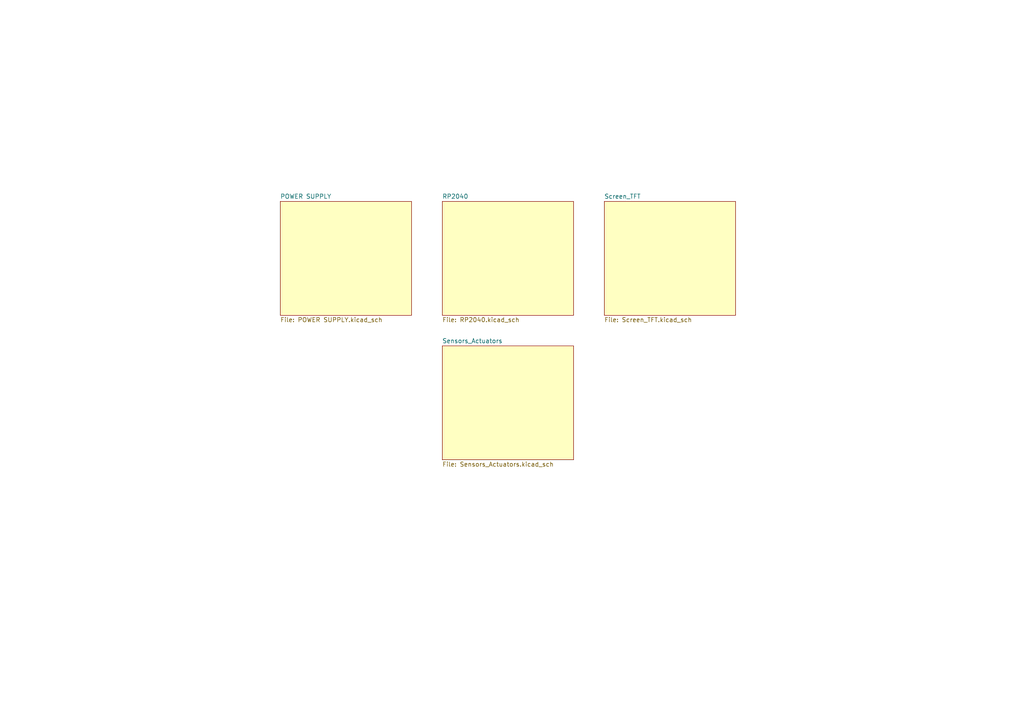
<source format=kicad_sch>
(kicad_sch
	(version 20231120)
	(generator "eeschema")
	(generator_version "8.0")
	(uuid "7b03082b-9568-49d0-9611-8d5d2835f8a5")
	(paper "A4")
	(lib_symbols)
	(sheet
		(at 128.27 58.42)
		(size 38.1 33.02)
		(fields_autoplaced yes)
		(stroke
			(width 0.1524)
			(type solid)
		)
		(fill
			(color 255 255 194 1.0000)
		)
		(uuid "6eb64fd6-12e4-492b-91be-5e0cb0104b5e")
		(property "Sheetname" "RP2040"
			(at 128.27 57.7084 0)
			(effects
				(font
					(size 1.27 1.27)
				)
				(justify left bottom)
			)
		)
		(property "Sheetfile" "RP2040.kicad_sch"
			(at 128.27 92.0246 0)
			(effects
				(font
					(size 1.27 1.27)
				)
				(justify left top)
			)
		)
		(instances
			(project "Smart_Watch"
				(path "/7b03082b-9568-49d0-9611-8d5d2835f8a5"
					(page "2")
				)
			)
		)
	)
	(sheet
		(at 81.28 58.42)
		(size 38.1 33.02)
		(fields_autoplaced yes)
		(stroke
			(width 0.1524)
			(type solid)
		)
		(fill
			(color 255 255 194 1.0000)
		)
		(uuid "ce4147da-2983-4725-b2b4-54825674435e")
		(property "Sheetname" "POWER SUPPLY"
			(at 81.28 57.7084 0)
			(effects
				(font
					(size 1.27 1.27)
				)
				(justify left bottom)
			)
		)
		(property "Sheetfile" "POWER SUPPLY.kicad_sch"
			(at 81.28 92.0246 0)
			(effects
				(font
					(size 1.27 1.27)
				)
				(justify left top)
			)
		)
		(instances
			(project "Smart_Watch"
				(path "/7b03082b-9568-49d0-9611-8d5d2835f8a5"
					(page "3")
				)
			)
		)
	)
	(sheet
		(at 175.26 58.42)
		(size 38.1 33.02)
		(fields_autoplaced yes)
		(stroke
			(width 0.1524)
			(type solid)
		)
		(fill
			(color 255 255 194 1.0000)
		)
		(uuid "de10c252-84bd-4050-8929-28bee7b6f79a")
		(property "Sheetname" "Screen_TFT"
			(at 175.26 57.7084 0)
			(effects
				(font
					(size 1.27 1.27)
				)
				(justify left bottom)
			)
		)
		(property "Sheetfile" "Screen_TFT.kicad_sch"
			(at 175.26 92.0246 0)
			(effects
				(font
					(size 1.27 1.27)
				)
				(justify left top)
			)
		)
		(instances
			(project "Smart_Watch"
				(path "/7b03082b-9568-49d0-9611-8d5d2835f8a5"
					(page "4")
				)
			)
		)
	)
	(sheet
		(at 128.27 100.33)
		(size 38.1 33.02)
		(fields_autoplaced yes)
		(stroke
			(width 0.1524)
			(type solid)
		)
		(fill
			(color 255 255 194 1.0000)
		)
		(uuid "ded384f7-abe7-46b2-b0a5-3b6589ea4a56")
		(property "Sheetname" "Sensors_Actuators"
			(at 128.27 99.6184 0)
			(effects
				(font
					(size 1.27 1.27)
				)
				(justify left bottom)
			)
		)
		(property "Sheetfile" "Sensors_Actuators.kicad_sch"
			(at 128.27 133.9346 0)
			(effects
				(font
					(size 1.27 1.27)
				)
				(justify left top)
			)
		)
		(instances
			(project "Smart_Watch"
				(path "/7b03082b-9568-49d0-9611-8d5d2835f8a5"
					(page "5")
				)
			)
		)
	)
	(sheet_instances
		(path "/"
			(page "1")
		)
	)
)

</source>
